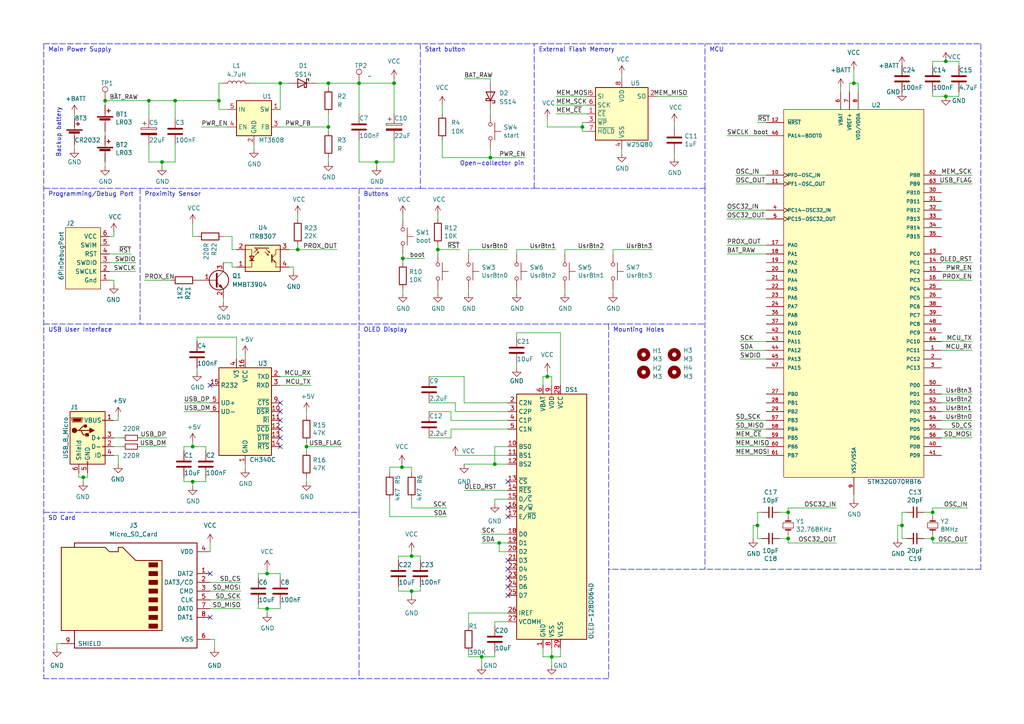
<source format=kicad_sch>
(kicad_sch (version 20211123) (generator eeschema)
  (paper "A4")
  (title_block (rev "V01") (company "Maciej Krysztowiak"))
  (junction (at 30.48 29.21))
  (junction (at 219.71 152.4))
  (junction (at 274.32 17.78))
  (junction (at 104.14 24.13))
  (junction (at 55.88 139.7))
  (junction (at 77.47 176.53))
  (junction (at 144.78 157.48))
  (junction (at 158.75 109.22))
  (junction (at 119.38 171.45))
  (junction (at 160.02 190.5))
  (junction (at 142.24 45.72))
  (junction (at 88.9 129.54))
  (junction (at 127 72.39))
  (junction (at 43.18 29.21))
  (junction (at 55.88 129.54))
  (junction (at 116.84 74.93))
  (junction (at 261.62 152.4))
  (junction (at 270.51 156.21))
  (junction (at 63.5 29.21))
  (junction (at 81.28 24.13))
  (junction (at 143.51 134.62))
  (junction (at 77.47 166.37))
  (junction (at 119.38 161.29))
  (junction (at 274.32 27.94))
  (junction (at 270.51 148.59))
  (junction (at 95.25 24.13))
  (junction (at 116.586 135.509))
  (junction (at 24.13 138.43))
  (junction (at 247.65 24.13))
  (junction (at 50.8 29.21))
  (junction (at 228.6 156.21))
  (junction (at 46.99 46.99))
  (junction (at 139.7 190.5))
  (junction (at 109.22 46.99))
  (junction (at 95.25 36.83))
  (junction (at 228.6 148.59))
  (junction (at 86.36 72.39))
  (junction (at 168.91 36.83))
  (junction (at 114.3 24.13))
  (no_connect (at 81.28 124.46))
  (no_connect (at 147.32 147.32))
  (no_connect (at 60.96 111.76))
  (no_connect (at 81.28 119.38))
  (no_connect (at 81.28 121.92))
  (no_connect (at 60.96 166.37))
  (no_connect (at 147.32 167.64))
  (no_connect (at 147.32 149.86))
  (no_connect (at 147.32 162.56))
  (no_connect (at 147.32 139.7))
  (no_connect (at 147.32 165.1))
  (no_connect (at 81.28 129.54))
  (no_connect (at 60.96 179.07))
  (no_connect (at 81.28 116.84))
  (no_connect (at 147.32 170.18))
  (no_connect (at 81.28 127))
  (no_connect (at 147.32 172.72))
  (wire (pts (xy 57.15 107.95) (xy 57.15 106.68)))
  (wire (pts (xy 247.65 20.32) (xy 247.65 24.13)))
  (polyline (pts (xy 121.92 54.61) (xy 12.7 54.61)))
  (wire (pts (xy 88.9 120.65) (xy 88.9 119.38)))
  (wire (pts (xy 77.47 166.37) (xy 81.28 166.37)))
  (wire (pts (xy 66.04 31.75) (xy 63.5 31.75)))
  (wire (pts (xy 119.38 171.45) (xy 121.92 171.45)))
  (wire (pts (xy 50.8 29.21) (xy 63.5 29.21)))
  (wire (pts (xy 121.92 161.29) (xy 121.92 162.56)))
  (wire (pts (xy 273.05 101.6) (xy 281.94 101.6)))
  (wire (pts (xy 143.51 134.62) (xy 147.32 134.62)))
  (wire (pts (xy 281.94 50.8) (xy 273.05 50.8)))
  (wire (pts (xy 226.06 156.21) (xy 228.6 156.21)))
  (wire (pts (xy 135.89 177.8) (xy 135.89 181.61)))
  (wire (pts (xy 219.71 35.56) (xy 222.25 35.56)))
  (wire (pts (xy 95.25 45.72) (xy 95.25 46.99)))
  (wire (pts (xy 160.02 187.96) (xy 160.02 190.5)))
  (wire (pts (xy 67.31 76.2) (xy 64.77 76.2)))
  (wire (pts (xy 273.05 81.28) (xy 281.94 81.28)))
  (wire (pts (xy 147.32 160.02) (xy 144.78 160.02)))
  (wire (pts (xy 270.51 148.59) (xy 270.51 149.86)))
  (wire (pts (xy 213.36 53.34) (xy 222.25 53.34)))
  (wire (pts (xy 142.24 43.18) (xy 142.24 45.72)))
  (wire (pts (xy 168.91 38.1) (xy 170.18 38.1)))
  (wire (pts (xy 67.31 77.47) (xy 67.31 76.2)))
  (wire (pts (xy 43.18 41.91) (xy 43.18 46.99)))
  (polyline (pts (xy 12.7 93.98) (xy 204.47 93.98)))
  (wire (pts (xy 214.63 99.06) (xy 222.25 99.06)))
  (polyline (pts (xy 104.14 54.61) (xy 104.14 93.98)))
  (wire (pts (xy 74.93 167.64) (xy 74.93 166.37)))
  (wire (pts (xy 66.04 36.83) (xy 58.42 36.83)))
  (wire (pts (xy 31.75 76.2) (xy 39.37 76.2)))
  (wire (pts (xy 128.27 45.72) (xy 142.24 45.72)))
  (wire (pts (xy 77.47 176.53) (xy 81.28 176.53)))
  (wire (pts (xy 162.56 96.52) (xy 149.86 96.52)))
  (wire (pts (xy 119.38 147.32) (xy 119.38 144.78)))
  (wire (pts (xy 260.35 152.4) (xy 260.35 156.21)))
  (wire (pts (xy 135.89 72.39) (xy 147.32 72.39)))
  (polyline (pts (xy 12.7 12.7) (xy 12.7 196.85)))
  (wire (pts (xy 104.14 24.13) (xy 104.14 33.02)))
  (wire (pts (xy 86.36 71.12) (xy 86.36 72.39)))
  (wire (pts (xy 273.05 78.74) (xy 281.94 78.74)))
  (wire (pts (xy 124.46 127) (xy 130.81 127)))
  (wire (pts (xy 97.79 72.39) (xy 86.36 72.39)))
  (wire (pts (xy 248.92 24.13) (xy 248.92 26.67)))
  (wire (pts (xy 81.28 176.53) (xy 81.28 175.26)))
  (wire (pts (xy 134.62 142.24) (xy 147.32 142.24)))
  (wire (pts (xy 113.03 135.509) (xy 116.586 135.509)))
  (wire (pts (xy 53.34 139.7) (xy 55.88 139.7)))
  (wire (pts (xy 128.27 40.64) (xy 128.27 45.72)))
  (wire (pts (xy 168.91 36.83) (xy 158.75 36.83)))
  (wire (pts (xy 190.5 27.94) (xy 199.39 27.94)))
  (wire (pts (xy 147.32 129.54) (xy 143.51 129.54)))
  (wire (pts (xy 273.05 114.3) (xy 281.94 114.3)))
  (wire (pts (xy 116.84 76.2) (xy 116.84 74.93)))
  (wire (pts (xy 95.25 36.83) (xy 95.25 38.1)))
  (wire (pts (xy 270.51 26.67) (xy 270.51 27.94)))
  (wire (pts (xy 53.34 119.38) (xy 60.96 119.38)))
  (wire (pts (xy 88.9 139.7) (xy 88.9 138.43)))
  (wire (pts (xy 33.02 129.54) (xy 35.56 129.54)))
  (wire (pts (xy 60.96 173.99) (xy 69.85 173.99)))
  (wire (pts (xy 163.83 72.39) (xy 175.26 72.39)))
  (wire (pts (xy 270.51 17.78) (xy 274.32 17.78)))
  (wire (pts (xy 53.34 130.81) (xy 53.34 129.54)))
  (wire (pts (xy 270.51 147.32) (xy 280.67 147.32)))
  (wire (pts (xy 218.44 152.4) (xy 219.71 152.4)))
  (wire (pts (xy 127 72.39) (xy 127 73.66)))
  (wire (pts (xy 143.51 144.78) (xy 143.51 146.05)))
  (wire (pts (xy 273.05 116.84) (xy 281.94 116.84)))
  (wire (pts (xy 149.86 96.52) (xy 149.86 97.79)))
  (wire (pts (xy 116.84 62.23) (xy 116.84 63.5)))
  (wire (pts (xy 33.02 81.28) (xy 31.75 81.28)))
  (polyline (pts (xy 204.47 54.61) (xy 204.47 165.1)))
  (wire (pts (xy 59.69 129.54) (xy 59.69 130.81)))
  (wire (pts (xy 149.86 85.09) (xy 149.86 83.82)))
  (wire (pts (xy 161.29 27.94) (xy 170.18 27.94)))
  (wire (pts (xy 113.03 149.86) (xy 113.03 144.78)))
  (wire (pts (xy 147.32 177.8) (xy 135.89 177.8)))
  (wire (pts (xy 72.39 24.13) (xy 81.28 24.13)))
  (wire (pts (xy 62.23 185.42) (xy 62.23 187.96)))
  (wire (pts (xy 149.86 72.39) (xy 149.86 73.66)))
  (wire (pts (xy 30.48 48.26) (xy 30.48 46.99)))
  (wire (pts (xy 147.32 180.34) (xy 143.51 180.34)))
  (wire (pts (xy 67.31 72.39) (xy 67.31 68.58)))
  (wire (pts (xy 134.62 22.86) (xy 142.24 22.86)))
  (wire (pts (xy 160.02 190.5) (xy 160.02 193.04)))
  (wire (pts (xy 60.96 168.91) (xy 69.85 168.91)))
  (wire (pts (xy 261.62 152.4) (xy 261.62 156.21)))
  (wire (pts (xy 133.35 72.39) (xy 127 72.39)))
  (wire (pts (xy 109.22 46.99) (xy 104.14 46.99)))
  (wire (pts (xy 267.97 156.21) (xy 270.51 156.21)))
  (wire (pts (xy 119.38 147.32) (xy 129.54 147.32)))
  (wire (pts (xy 104.14 40.64) (xy 104.14 46.99)))
  (wire (pts (xy 113.03 137.16) (xy 113.03 135.509)))
  (wire (pts (xy 34.29 132.08) (xy 34.29 134.62)))
  (wire (pts (xy 81.28 111.76) (xy 90.17 111.76)))
  (wire (pts (xy 130.81 127) (xy 130.81 124.46)))
  (wire (pts (xy 55.88 68.58) (xy 57.15 68.58)))
  (wire (pts (xy 142.24 45.72) (xy 152.4 45.72)))
  (polyline (pts (xy 204.47 54.61) (xy 204.47 12.7)))
  (wire (pts (xy 219.71 152.4) (xy 219.71 156.21)))
  (wire (pts (xy 143.51 189.23) (xy 143.51 190.5)))
  (wire (pts (xy 210.82 71.12) (xy 222.25 71.12)))
  (wire (pts (xy 273.05 127) (xy 281.94 127)))
  (polyline (pts (xy 176.53 165.1) (xy 176.53 196.85)))
  (wire (pts (xy 270.51 19.05) (xy 270.51 17.78)))
  (wire (pts (xy 270.51 27.94) (xy 274.32 27.94)))
  (wire (pts (xy 180.34 22.86) (xy 180.34 21.59)))
  (wire (pts (xy 132.08 116.84) (xy 132.08 119.38)))
  (wire (pts (xy 218.44 152.4) (xy 218.44 156.21)))
  (wire (pts (xy 104.14 24.13) (xy 114.3 24.13)))
  (wire (pts (xy 124.46 119.38) (xy 130.81 119.38)))
  (wire (pts (xy 158.75 34.29) (xy 158.75 36.83)))
  (wire (pts (xy 88.9 129.54) (xy 88.9 128.27)))
  (wire (pts (xy 114.3 46.99) (xy 109.22 46.99)))
  (wire (pts (xy 24.13 138.43) (xy 25.4 138.43)))
  (wire (pts (xy 95.25 24.13) (xy 95.25 25.4)))
  (wire (pts (xy 46.99 46.99) (xy 46.99 48.26)))
  (wire (pts (xy 127 71.12) (xy 127 72.39)))
  (wire (pts (xy 16.51 187.96) (xy 16.51 186.69)))
  (wire (pts (xy 31.75 78.74) (xy 39.37 78.74)))
  (wire (pts (xy 50.8 29.21) (xy 50.8 34.29)))
  (wire (pts (xy 22.86 137.16) (xy 22.86 138.43)))
  (wire (pts (xy 33.02 67.31) (xy 33.02 68.58)))
  (wire (pts (xy 119.38 171.45) (xy 119.38 172.72)))
  (wire (pts (xy 270.51 156.21) (xy 270.51 154.94)))
  (wire (pts (xy 144.78 157.48) (xy 147.32 157.48)))
  (wire (pts (xy 177.8 83.82) (xy 177.8 85.09)))
  (wire (pts (xy 134.62 116.84) (xy 134.62 109.22)))
  (wire (pts (xy 132.08 119.38) (xy 147.32 119.38)))
  (wire (pts (xy 68.58 97.79) (xy 57.15 97.79)))
  (wire (pts (xy 71.12 102.87) (xy 71.12 104.14)))
  (wire (pts (xy 262.89 148.59) (xy 261.62 148.59)))
  (wire (pts (xy 158.75 109.22) (xy 160.02 109.22)))
  (wire (pts (xy 222.25 124.46) (xy 213.36 124.46)))
  (wire (pts (xy 73.66 41.91) (xy 73.66 43.18)))
  (wire (pts (xy 163.83 72.39) (xy 163.83 73.66)))
  (wire (pts (xy 135.89 85.09) (xy 135.89 83.82)))
  (wire (pts (xy 273.05 124.46) (xy 281.94 124.46)))
  (wire (pts (xy 81.28 166.37) (xy 81.28 167.64)))
  (wire (pts (xy 149.86 72.39) (xy 161.29 72.39)))
  (wire (pts (xy 59.69 139.7) (xy 59.69 138.43)))
  (wire (pts (xy 99.06 129.54) (xy 88.9 129.54)))
  (wire (pts (xy 34.29 121.92) (xy 33.02 121.92)))
  (wire (pts (xy 222.25 73.66) (xy 210.82 73.66)))
  (wire (pts (xy 161.29 30.48) (xy 170.18 30.48)))
  (wire (pts (xy 81.28 24.13) (xy 83.82 24.13)))
  (wire (pts (xy 219.71 148.59) (xy 219.71 152.4)))
  (wire (pts (xy 147.32 121.92) (xy 130.81 121.92)))
  (wire (pts (xy 74.93 175.26) (xy 74.93 176.53)))
  (polyline (pts (xy 176.53 196.85) (xy 12.7 196.85)))
  (wire (pts (xy 273.05 99.06) (xy 281.94 99.06)))
  (wire (pts (xy 85.09 78.74) (xy 85.09 77.47)))
  (wire (pts (xy 119.38 135.509) (xy 119.38 137.16)))
  (wire (pts (xy 214.63 101.6) (xy 222.25 101.6)))
  (wire (pts (xy 134.62 109.22) (xy 124.46 109.22)))
  (wire (pts (xy 143.51 180.34) (xy 143.51 181.61)))
  (wire (pts (xy 157.48 109.22) (xy 158.75 109.22)))
  (wire (pts (xy 158.75 107.95) (xy 158.75 109.22)))
  (wire (pts (xy 135.89 190.5) (xy 139.7 190.5)))
  (polyline (pts (xy 121.92 12.7) (xy 121.92 54.61)))
  (wire (pts (xy 30.48 39.37) (xy 30.48 38.1)))
  (wire (pts (xy 177.8 72.39) (xy 189.23 72.39)))
  (wire (pts (xy 109.22 48.26) (xy 109.22 46.99)))
  (wire (pts (xy 177.8 72.39) (xy 177.8 73.66)))
  (wire (pts (xy 228.6 157.48) (xy 228.6 156.21)))
  (wire (pts (xy 195.58 45.72) (xy 195.58 44.45)))
  (wire (pts (xy 48.26 129.54) (xy 40.64 129.54)))
  (wire (pts (xy 55.88 128.27) (xy 55.88 129.54)))
  (wire (pts (xy 74.93 166.37) (xy 77.47 166.37)))
  (wire (pts (xy 195.58 35.56) (xy 195.58 36.83)))
  (wire (pts (xy 278.13 17.78) (xy 278.13 19.05)))
  (wire (pts (xy 228.6 148.59) (xy 228.6 149.86)))
  (wire (pts (xy 157.48 111.76) (xy 157.48 109.22)))
  (wire (pts (xy 33.02 132.08) (xy 34.29 132.08)))
  (wire (pts (xy 121.92 170.18) (xy 121.92 171.45)))
  (wire (pts (xy 38.1 73.66) (xy 31.75 73.66)))
  (wire (pts (xy 147.32 116.84) (xy 134.62 116.84)))
  (wire (pts (xy 68.58 77.47) (xy 67.31 77.47)))
  (wire (pts (xy 139.7 157.48) (xy 144.78 157.48)))
  (wire (pts (xy 222.25 121.92) (xy 213.36 121.92)))
  (wire (pts (xy 81.28 109.22) (xy 90.17 109.22)))
  (wire (pts (xy 64.77 86.36) (xy 64.77 87.63)))
  (wire (pts (xy 142.24 31.75) (xy 142.24 33.02)))
  (wire (pts (xy 115.57 170.18) (xy 115.57 171.45)))
  (wire (pts (xy 116.586 135.509) (xy 119.38 135.509)))
  (wire (pts (xy 81.28 36.83) (xy 95.25 36.83)))
  (wire (pts (xy 53.34 116.84) (xy 60.96 116.84)))
  (wire (pts (xy 123.19 74.93) (xy 116.84 74.93)))
  (wire (pts (xy 124.46 116.84) (xy 132.08 116.84)))
  (wire (pts (xy 267.97 148.59) (xy 270.51 148.59)))
  (wire (pts (xy 210.82 60.96) (xy 222.25 60.96)))
  (wire (pts (xy 21.59 34.29) (xy 21.59 33.02)))
  (wire (pts (xy 246.38 26.67) (xy 246.38 24.13)))
  (wire (pts (xy 116.586 134.62) (xy 116.586 135.509)))
  (wire (pts (xy 147.32 144.78) (xy 143.51 144.78)))
  (polyline (pts (xy 104.14 148.59) (xy 104.14 196.85)))
  (wire (pts (xy 46.99 46.99) (xy 50.8 46.99)))
  (wire (pts (xy 222.25 104.14) (xy 214.63 104.14)))
  (wire (pts (xy 226.06 148.59) (xy 228.6 148.59)))
  (wire (pts (xy 219.71 156.21) (xy 220.98 156.21)))
  (wire (pts (xy 274.32 27.94) (xy 278.13 27.94)))
  (wire (pts (xy 43.18 29.21) (xy 50.8 29.21)))
  (wire (pts (xy 135.89 72.39) (xy 135.89 73.66)))
  (wire (pts (xy 74.93 176.53) (xy 77.47 176.53)))
  (polyline (pts (xy 121.92 54.61) (xy 154.94 54.61)))
  (wire (pts (xy 43.18 46.99) (xy 46.99 46.99)))
  (polyline (pts (xy 12.7 12.7) (xy 284.48 12.7)))
  (polyline (pts (xy 104.14 148.59) (xy 104.14 93.98)))
  (wire (pts (xy 64.77 68.58) (xy 67.31 68.58)))
  (wire (pts (xy 22.86 138.43) (xy 24.13 138.43)))
  (wire (pts (xy 139.7 190.5) (xy 143.51 190.5)))
  (wire (pts (xy 281.94 53.34) (xy 273.05 53.34)))
  (wire (pts (xy 247.65 144.78) (xy 247.65 143.51)))
  (wire (pts (xy 281.94 76.2) (xy 273.05 76.2)))
  (wire (pts (xy 162.56 96.52) (xy 162.56 111.76)))
  (wire (pts (xy 60.96 185.42) (xy 62.23 185.42)))
  (wire (pts (xy 261.62 156.21) (xy 262.89 156.21)))
  (wire (pts (xy 49.53 81.28) (xy 41.91 81.28)))
  (wire (pts (xy 55.88 64.77) (xy 55.88 68.58)))
  (wire (pts (xy 143.51 129.54) (xy 143.51 134.62)))
  (wire (pts (xy 128.27 30.48) (xy 128.27 33.02)))
  (wire (pts (xy 213.36 132.08) (xy 222.25 132.08)))
  (wire (pts (xy 25.4 138.43) (xy 25.4 137.16)))
  (wire (pts (xy 119.38 160.02) (xy 119.38 161.29)))
  (wire (pts (xy 180.34 44.45) (xy 180.34 43.18)))
  (wire (pts (xy 115.57 171.45) (xy 119.38 171.45)))
  (polyline (pts (xy 284.48 165.1) (xy 176.53 165.1)))
  (wire (pts (xy 213.36 127) (xy 222.25 127)))
  (wire (pts (xy 60.96 176.53) (xy 69.85 176.53)))
  (wire (pts (xy 63.5 24.13) (xy 63.5 29.21)))
  (wire (pts (xy 16.51 186.69) (xy 17.78 186.69)))
  (wire (pts (xy 113.03 149.86) (xy 129.54 149.86)))
  (wire (pts (xy 33.02 82.55) (xy 33.02 81.28)))
  (wire (pts (xy 160.02 190.5) (xy 162.56 190.5)))
  (wire (pts (xy 228.6 147.32) (xy 242.57 147.32)))
  (wire (pts (xy 168.91 35.56) (xy 168.91 36.83)))
  (wire (pts (xy 60.96 157.48) (xy 60.96 160.02)))
  (wire (pts (xy 119.38 161.29) (xy 121.92 161.29)))
  (wire (pts (xy 168.91 36.83) (xy 168.91 38.1)))
  (polyline (pts (xy 40.64 54.61) (xy 40.64 93.98)))
  (wire (pts (xy 53.34 129.54) (xy 55.88 129.54)))
  (wire (pts (xy 242.57 157.48) (xy 228.6 157.48)))
  (wire (pts (xy 68.58 104.14) (xy 68.58 97.79)))
  (polyline (pts (xy 284.48 12.7) (xy 284.48 165.1)))
  (wire (pts (xy 85.09 77.47) (xy 83.82 77.47)))
  (wire (pts (xy 55.88 140.97) (xy 55.88 139.7)))
  (wire (pts (xy 222.25 129.54) (xy 213.36 129.54)))
  (wire (pts (xy 260.35 152.4) (xy 261.62 152.4)))
  (wire (pts (xy 50.8 46.99) (xy 50.8 41.91)))
  (wire (pts (xy 270.51 157.48) (xy 280.67 157.48)))
  (wire (pts (xy 33.02 68.58) (xy 31.75 68.58)))
  (wire (pts (xy 135.89 189.23) (xy 135.89 190.5)))
  (wire (pts (xy 270.51 157.48) (xy 270.51 156.21)))
  (polyline (pts (xy 176.53 93.98) (xy 176.53 165.1)))
  (wire (pts (xy 228.6 147.32) (xy 228.6 148.59)))
  (wire (pts (xy 130.81 121.92) (xy 130.81 119.38)))
  (wire (pts (xy 30.48 29.21) (xy 43.18 29.21)))
  (wire (pts (xy 142.24 22.86) (xy 142.24 24.13)))
  (wire (pts (xy 273.05 119.38) (xy 281.94 119.38)))
  (wire (pts (xy 57.15 97.79) (xy 57.15 99.06)))
  (wire (pts (xy 48.26 127) (xy 40.64 127)))
  (wire (pts (xy 210.82 39.37) (xy 222.25 39.37)))
  (wire (pts (xy 210.82 63.5) (xy 222.25 63.5)))
  (wire (pts (xy 132.08 132.08) (xy 147.32 132.08)))
  (wire (pts (xy 213.36 50.8) (xy 222.25 50.8)))
  (wire (pts (xy 139.7 154.94) (xy 147.32 154.94)))
  (wire (pts (xy 60.96 171.45) (xy 69.85 171.45)))
  (wire (pts (xy 115.57 162.56) (xy 115.57 161.29)))
  (wire (pts (xy 162.56 187.96) (xy 162.56 190.5)))
  (polyline (pts (xy 12.7 148.59) (xy 104.14 148.59)))
  (wire (pts (xy 270.51 147.32) (xy 270.51 148.59)))
  (wire (pts (xy 24.13 139.7) (xy 24.13 138.43)))
  (wire (pts (xy 115.57 161.29) (xy 119.38 161.29)))
  (wire (pts (xy 149.86 105.41) (xy 149.86 106.68)))
  (wire (pts (xy 261.62 148.59) (xy 261.62 152.4)))
  (wire (pts (xy 71.12 135.89) (xy 71.12 134.62)))
  (wire (pts (xy 247.65 24.13) (xy 248.92 24.13)))
  (wire (pts (xy 116.84 85.09) (xy 116.84 83.82)))
  (wire (pts (xy 77.47 177.8) (xy 77.47 176.53)))
  (wire (pts (xy 144.78 160.02) (xy 144.78 157.48)))
  (wire (pts (xy 86.36 62.23) (xy 86.36 63.5)))
  (wire (pts (xy 170.18 35.56) (xy 168.91 35.56)))
  (wire (pts (xy 139.7 190.5) (xy 139.7 193.04)))
  (wire (pts (xy 55.88 129.54) (xy 59.69 129.54)))
  (wire (pts (xy 68.58 72.39) (xy 67.31 72.39)))
  (wire (pts (xy 63.5 31.75) (xy 63.5 29.21)))
  (wire (pts (xy 95.25 24.13) (xy 104.14 24.13)))
  (wire (pts (xy 134.62 134.62) (xy 143.51 134.62)))
  (wire (pts (xy 273.05 121.92) (xy 281.94 121.92)))
  (wire (pts (xy 157.48 187.96) (xy 157.48 190.5)))
  (wire (pts (xy 278.13 26.67) (xy 278.13 27.94)))
  (wire (pts (xy 114.3 24.13) (xy 114.3 33.02)))
  (wire (pts (xy 163.83 85.09) (xy 163.83 83.82)))
  (wire (pts (xy 246.38 24.13) (xy 247.65 24.13)))
  (wire (pts (xy 228.6 156.21) (xy 228.6 154.94)))
  (wire (pts (xy 161.29 33.02) (xy 170.18 33.02)))
  (wire (pts (xy 127 62.23) (xy 127 63.5)))
  (wire (pts (xy 274.32 17.78) (xy 278.13 17.78)))
  (wire (pts (xy 114.3 40.64) (xy 114.3 46.99)))
  (wire (pts (xy 243.84 25.4) (xy 243.84 26.67)))
  (wire (pts (xy 157.48 190.5) (xy 160.02 190.5)))
  (wire (pts (xy 220.98 148.59) (xy 219.71 148.59)))
  (wire (pts (xy 88.9 130.81) (xy 88.9 129.54)))
  (wire (pts (xy 43.18 29.21) (xy 43.18 34.29)))
  (wire (pts (xy 64.77 24.13) (xy 63.5 24.13)))
  (wire (pts (xy 21.59 43.18) (xy 21.59 41.91)))
  (wire (pts (xy 81.28 31.75) (xy 81.28 24.13)))
  (polyline (pts (xy 154.94 54.61) (xy 154.94 12.7)))
  (wire (pts (xy 91.44 24.13) (xy 95.25 24.13)))
  (wire (pts (xy 30.48 29.21) (xy 30.48 30.48)))
  (wire (pts (xy 116.84 74.93) (xy 116.84 73.66)))
  (wire (pts (xy 55.88 139.7) (xy 59.69 139.7)))
  (wire (pts (xy 114.3 22.86) (xy 114.3 24.13)))
  (wire (pts (xy 127 85.09) (xy 127 83.82)))
  (wire (pts (xy 160.02 109.22) (xy 160.02 111.76)))
  (wire (pts (xy 77.47 165.1) (xy 77.47 166.37)))
  (wire (pts (xy 86.36 72.39) (xy 83.82 72.39)))
  (polyline (pts (xy 154.94 54.61) (xy 204.47 54.61)))
  (wire (pts (xy 33.02 127) (xy 35.56 127)))
  (wire (pts (xy 34.29 120.65) (xy 34.29 121.92)))
  (wire (pts (xy 130.81 124.46) (xy 147.32 124.46)))
  (wire (pts (xy 95.25 33.02) (xy 95.25 36.83)))
  (wire (pts (xy 53.34 138.43) (xy 53.34 139.7)))
  (text "OLED Display" (at 105.41 96.52 0) (effects (font (size 1.27 1.27)) (justify left bottom)))
  (text "USB User Interface" (at 13.97 96.52 0) (effects (font (size 1.27 1.27)) (justify left bottom)))
  (text "Main Power Supply" (at 13.97 15.24 0) (effects (font (size 1.27 1.27)) (justify left bottom)))
  (text "Programming/Debug Port" (at 13.97 57.15 0) (effects (font (size 1.27 1.27)) (justify left bottom)))
  (text "Open-collector pin" (at 133.35 48.26 0) (effects (font (size 1.27 1.27)) (justify left bottom)))
  (text "Backup battery" (at 17.78 45.72 90) (effects (font (size 1.27 1.27)) (justify left bottom)))
  (text "External Flash Memory" (at 156.21 15.24 0) (effects (font (size 1.27 1.27)) (justify left bottom)))
  (text "MCU" (at 205.74 15.24 0) (effects (font (size 1.27 1.27)) (justify left bottom)))
  (text "Start button" (at 123.19 15.24 0) (effects (font (size 1.27 1.27)) (justify left bottom)))
  (text "Proximity Sensor" (at 41.91 57.15 0) (effects (font (size 1.27 1.27)) (justify left bottom)))
  (text "Mounting Holes" (at 177.8 96.52 0) (effects (font (size 1.27 1.27)) (justify left bottom)))
  (text "SD Card" (at 13.97 151.13 0) (effects (font (size 1.27 1.27)) (justify left bottom)))
  (text "Buttons" (at 105.41 57.15 0) (effects (font (size 1.27 1.27)) (justify left bottom)))
  (label "UsrBtn2" (at 281.94 116.84 180))
  (label "MCU_RX" (at 281.94 101.6 180))
  (label "SWDIO" (at 214.63 104.14 0))
  (label "OLED_RST" (at 281.94 76.2 180))
  (label "SWDIO" (at 39.37 76.2 180))
  (label "MEM_SCK" (at 161.29 30.48 0))
  (label "SD_MISO" (at 69.85 176.53 180))
  (label "SD_MOSI" (at 281.94 127 180))
  (label "UsrBtn0" (at 147.32 72.39 180))
  (label "PWR_EN" (at 58.42 36.83 0))
  (label "SD_SCK" (at 213.36 121.92 0))
  (label "UsrBtn0" (at 281.94 121.92 180))
  (label "boot" (at 123.19 74.93 180))
  (label "MCU_RX" (at 90.17 109.22 180))
  (label "SCK" (at 214.63 99.06 0))
  (label "SD_SCK" (at 69.85 173.99 180))
  (label "MEM_~{CE}" (at 161.29 33.02 0))
  (label "MEM_~{CE}" (at 213.36 127 0))
  (label "SWCLK" (at 210.82 39.37 0))
  (label "MEM_MOSI" (at 213.36 132.08 0))
  (label "OSC_OUT" (at 280.67 157.48 180))
  (label "OLED_RST" (at 134.62 142.24 0))
  (label "USB_DP" (at 48.26 127 180))
  (label "USB_DM" (at 48.26 129.54 180))
  (label "OSC32_OUT" (at 210.82 63.5 0))
  (label "SD_CS" (at 69.85 168.91 180))
  (label "SDA" (at 139.7 157.48 0))
  (label "UsrBtn3" (at 189.23 72.39 180))
  (label "SCK" (at 129.54 147.32 180))
  (label "SDA" (at 129.54 149.86 180))
  (label "~{RST}" (at 219.71 35.56 0))
  (label "UsrBtn3" (at 281.94 114.3 180))
  (label "OSC32_IN" (at 242.57 147.32 180))
  (label "OSC_IN" (at 280.67 147.32 180))
  (label "SD_MISO" (at 213.36 124.46 0))
  (label "MEM_MISO" (at 199.39 27.94 180))
  (label "SD_MOSI" (at 69.85 171.45 180))
  (label "UsrBtn1" (at 161.29 72.39 180))
  (label "UsrBtn1" (at 281.94 119.38 180))
  (label "PROX_EN" (at 41.91 81.28 0))
  (label "OSC32_IN" (at 210.82 60.96 0))
  (label "USB_DP" (at 53.34 116.84 0))
  (label "PROX_OUT" (at 97.79 72.39 180))
  (label "MEM_SCK" (at 281.94 50.8 180))
  (label "SDA" (at 214.63 101.6 0))
  (label "boot" (at 218.44 39.37 0))
  (label "SD_CS" (at 281.94 124.46 180))
  (label "~{RST}" (at 38.1 73.66 180))
  (label "PWR_EN" (at 152.4 45.72 180))
  (label "OSC_OUT" (at 213.36 53.34 0))
  (label "~{RST}" (at 133.35 72.39 180))
  (label "MEM_MISO" (at 213.36 129.54 0))
  (label "USB_FLAG" (at 99.06 129.54 180))
  (label "OSC32_OUT" (at 242.57 157.48 180))
  (label "MEM_MOSI" (at 161.29 27.94 0))
  (label "BAT_RAW" (at 134.62 22.86 0))
  (label "UsrBtn2" (at 175.26 72.39 180))
  (label "PROX_EN" (at 281.94 81.28 180))
  (label "MCU_TX" (at 281.94 99.06 180))
  (label "MCU_TX" (at 90.17 111.76 180))
  (label "PWR_EN" (at 281.94 78.74 180))
  (label "USB_FLAG" (at 281.94 53.34 180))
  (label "OSC_IN" (at 213.36 50.8 0))
  (label "BAT_RAW" (at 210.82 73.66 0))
  (label "PWR_FB" (at 90.17 36.83 180))
  (label "BAT_RAW" (at 31.75 29.21 0))
  (label "USB_DM" (at 53.34 119.38 0))
  (label "SCK" (at 139.7 154.94 0))
  (label "PROX_OUT" (at 210.82 71.12 0))
  (label "SWCLK" (at 39.37 78.74 180))
  (symbol (lib_id "power:GND") (at 30.48 48.26 0) (unit 1)
    (property "Reference" "#PWR02" (effects hide))
    (property "Value" "GND" (at 30.607 52.6542 0))
  )
  (symbol (lib_id "power:+BATT") (at 21.59 33.02 0) (unit 1)
    (property "Reference" "#PWR01" (effects hide))
    (property "Value" "+BATT" (at 21.971 28.6258 0))
  )
  (symbol (lib_id "Switch:SW_Push") (at 127 78.74 270) (unit 1)
    (property "Reference" "SW2" (effects hide))
    (property "Value" "rst" (effects hide))
    (property "Footprint" "custom_buttons_switches:TSB008" (effects hide))
  )
  (symbol (lib_id "power:GND") (at 127 85.09 0) (unit 1)
    (property "Reference" "#PWR017" (effects hide))
    (property "Value" "GND" (at 127.127 89.4842 0))
  )
  (symbol (lib_id "Memory_Flash:SST25VF080B-50-4x-S2Ax") (at 180.34 33.02 0) (unit 1)
    (property "Reference" "U5" (at 182.88 24.13 0) (effects (justify left)))
    (property "Value" "W25Q80" (at 181.61 41.91 0) (effects (justify left)))
    (property "Footprint" "Package_SO:SOIC-8_5.275x5.275mm_P1.27mm" (effects hide))
    (property "Datasheet" "http://ww1.microchip.com/downloads/en/DeviceDoc/20005045C.pdf" (effects hide))
  )
  (symbol (lib_id "power:GND") (at 180.34 44.45 0) (unit 1)
    (property "Reference" "#PWR032" (effects hide))
    (property "Value" "GND" (at 180.467 48.8442 0))
  )
  (symbol (lib_id "Device:R") (at 116.84 80.01 0) (unit 1)
    (property "Reference" "R10" (at 118.618 78.8416 0) (effects (justify left)))
    (property "Value" "10K" (at 118.618 81.153 0) (effects (justify left)))
    (property "Footprint" "Resistor_SMD:R_0805_2012Metric_Pad1.20x1.40mm_HandSolder" (effects hide))
  )
  (symbol (lib_id "power:GND") (at 116.84 85.09 0) (unit 1)
    (property "Reference" "#PWR011" (effects hide))
    (property "Value" "GND" (at 116.967 89.4842 0))
  )
  (symbol (lib_id "Device:C") (at 195.58 40.64 0) (unit 1)
    (property "Reference" "C11" (at 198.501 39.4716 0) (effects (justify left)))
    (property "Value" "1uF" (at 198.501 41.783 0) (effects (justify left)))
    (property "Footprint" "Capacitor_SMD:C_0805_2012Metric_Pad1.18x1.45mm_HandSolder" (effects hide))
  )
  (symbol (lib_id "power:GND") (at 195.58 45.72 0) (unit 1)
    (property "Reference" "#PWR035" (effects hide))
    (property "Value" "GND" (at 195.707 50.1142 0))
  )
  (symbol (lib_id "power:GND") (at 274.32 27.94 0) (unit 1)
    (property "Reference" "#PWR042" (effects hide))
    (property "Value" "GND" (at 278.13 29.21 0))
  )
  (symbol (lib_id "Mechanical:MountingHole") (at 186.69 102.87 0) (unit 1)
    (property "Reference" "H1" (at 189.23 101.7016 0) (effects (justify left)))
    (property "Value" "M3" (at 189.23 104.14 0) (effects (justify left)))
    (property "Footprint" "MountingHole:MountingHole_3.2mm_M3" (effects hide))
  )
  (symbol (lib_id "Mechanical:MountingHole") (at 186.69 107.95 0) (unit 1)
    (property "Reference" "H2" (at 189.23 106.7816 0) (effects (justify left)))
    (property "Value" "M3" (at 189.23 109.22 0) (effects (justify left)))
    (property "Footprint" "MountingHole:MountingHole_3.2mm_M3" (effects hide))
  )
  (symbol (lib_id "Device:Battery_Cell") (at 21.59 39.37 0) (unit 1)
    (property "Reference" "BT3" (at 21.59 34.29 0) (effects (justify left)))
    (property "Value" "CR2032" (at 21.59 40.64 0) (effects (justify left)))
    (property "Footprint" "Battery_Custom:CR2032_CR2025_Battery_Holder" (effects hide))
  )
  (symbol (lib_id "power:GND") (at 21.59 43.18 0) (unit 1)
    (property "Reference" "#PWR05" (effects hide))
    (property "Value" "GND" (at 21.59 46.99 0))
  )
  (symbol (lib_id "Device:C") (at 278.13 22.86 0) (unit 1)
    (property "Reference" "C15" (at 278.13 20.32 0) (effects (justify left)))
    (property "Value" "4.7uF" (at 278.13 25.4 0) (effects (justify left)))
    (property "Footprint" "Capacitor_SMD:C_0805_2012Metric_Pad1.18x1.45mm_HandSolder" (effects hide))
  )
  (symbol (lib_id "power:GND") (at 33.02 82.55 0) (mirror y) (unit 1)
    (property "Reference" "#PWR07" (effects hide))
    (property "Value" "GND" (at 32.893 86.9442 0))
  )
  (symbol (lib_id "Device:R") (at 127 67.31 0) (unit 1)
    (property "Reference" "R12" (at 128.778 66.1416 0) (effects (justify left)))
    (property "Value" "10K" (at 128.778 68.453 0) (effects (justify left)))
    (property "Footprint" "Resistor_SMD:R_0805_2012Metric_Pad1.20x1.40mm_HandSolder" (effects hide))
  )
  (symbol (lib_id "Device:Crystal_Small") (at 228.6 152.4 270) (unit 1)
    (property "Reference" "Y1" (at 230.8352 151.2316 90) (effects (justify left)))
    (property "Value" "32.768KHz" (at 230.8352 153.543 90) (effects (justify left)))
    (property "Footprint" "Crystal:Crystal_HC49-4H_Vertical" (effects hide))
  )
  (symbol (lib_id "Device:C_Small") (at 223.52 148.59 270) (unit 1)
    (property "Reference" "C17" (at 223.52 142.7734 90))
    (property "Value" "10pF" (at 223.52 145.0848 90))
    (property "Footprint" "Capacitor_SMD:C_0603_1608Metric_Pad1.08x0.95mm_HandSolder" (effects hide))
  )
  (symbol (lib_id "Device:C_Small") (at 223.52 156.21 270) (mirror x) (unit 1)
    (property "Reference" "C18" (at 223.52 162.0266 90))
    (property "Value" "10pF" (at 223.52 159.7152 90))
    (property "Footprint" "Capacitor_SMD:C_0603_1608Metric_Pad1.08x0.95mm_HandSolder" (effects hide))
  )
  (symbol (lib_id "power:GND") (at 218.44 156.21 0) (unit 1)
    (property "Reference" "#PWR046" (effects hide))
    (property "Value" "GND" (at 218.567 160.6042 0))
  )
  (symbol (lib_id "pullup_counter_schematic-rescue:6PinDebugPort-MYCLEO") (at 33.02 76.2 0) (mirror y) (unit 1)
    (property "Reference" "J2" (at 21.59 64.77 0) (effects (justify left)))
    (property "Value" "6PinDebugPort" (at 17.78 81.28 90) (effects (justify left)))
    (property "Footprint" "Connector_IDC:IDC-Header_2x03_P2.54mm_Vertical" (effects hide))
  )
  (symbol (lib_id "Interface_USB:CH340C") (at 71.12 119.38 0) (unit 1)
    (property "Reference" "U3" (at 76.2 105.41 0))
    (property "Value" "CH340C" (at 76.2 133.35 0))
    (property "Footprint" "Package_SO:SOIC-16_3.9x9.9mm_P1.27mm" (effects hide))
    (property "Datasheet" "https://datasheet.lcsc.com/szlcsc/Jiangsu-Qin-Heng-CH340C_C84681.pdf" (effects hide))
  )
  (symbol (lib_id "power:+5V") (at 71.12 102.87 0) (unit 1)
    (property "Reference" "#PWR022" (effects hide))
    (property "Value" "+5V" (at 71.501 98.4758 0))
  )
  (symbol (lib_id "Device:C") (at 57.15 102.87 0) (unit 1)
    (property "Reference" "C4" (at 57.15 100.33 0) (effects (justify left)))
    (property "Value" "100nF" (at 57.15 105.41 0) (effects (justify left)))
    (property "Footprint" "Capacitor_SMD:C_0805_2012Metric_Pad1.18x1.45mm_HandSolder" (effects hide))
  )
  (symbol (lib_id "Device:C") (at 53.34 134.62 0) (unit 1)
    (property "Reference" "C1" (at 53.34 132.08 0) (effects (justify left)))
    (property "Value" "10uF" (at 53.34 137.16 0) (effects (justify left)))
    (property "Footprint" "Capacitor_SMD:C_0805_2012Metric_Pad1.18x1.45mm_HandSolder" (effects hide))
  )
  (symbol (lib_id "Device:C") (at 59.69 134.62 0) (unit 1)
    (property "Reference" "C2" (at 59.69 132.08 0) (effects (justify left)))
    (property "Value" "100nF" (at 59.69 137.16 0) (effects (justify left)))
    (property "Footprint" "Capacitor_SMD:C_0805_2012Metric_Pad1.18x1.45mm_HandSolder" (effects hide))
  )
  (symbol (lib_id "Device:R") (at 60.96 68.58 270) (unit 1)
    (property "Reference" "R22" (at 62.1284 70.358 0) (effects (justify left)))
    (property "Value" "220R" (at 59.817 70.358 0) (effects (justify left)))
    (property "Footprint" "Resistor_SMD:R_0805_2012Metric_Pad1.20x1.40mm_HandSolder" (effects hide))
  )
  (symbol (lib_id "Device:R") (at 86.36 67.31 0) (unit 1)
    (property "Reference" "R23" (at 88.138 66.1416 0) (effects (justify left)))
    (property "Value" "22K" (at 88.138 68.453 0) (effects (justify left)))
    (property "Footprint" "Resistor_SMD:R_0805_2012Metric_Pad1.20x1.40mm_HandSolder" (effects hide))
  )
  (symbol (lib_id "power:VCC") (at 86.36 62.23 0) (unit 1)
    (property "Reference" "#PWR0101" (effects hide))
    (property "Value" "VCC" (at 86.741 57.8358 0))
  )
  (symbol (lib_id "power:GND") (at 57.15 107.95 0) (unit 1)
    (property "Reference" "#PWR015" (effects hide))
    (property "Value" "GND" (at 57.277 112.3442 0))
  )
  (symbol (lib_id "power:+5V") (at 55.88 128.27 0) (unit 1)
    (property "Reference" "#PWR012" (effects hide))
    (property "Value" "+5V" (at 56.261 123.8758 0))
  )
  (symbol (lib_id "power:GND") (at 55.88 140.97 0) (unit 1)
    (property "Reference" "#PWR013" (effects hide))
    (property "Value" "GND" (at 56.007 145.3642 0))
  )
  (symbol (lib_id "Device:Battery_Cell") (at 30.48 35.56 0) (unit 1)
    (property "Reference" "BT1" (at 33.4772 33.1216 0) (effects (justify left)))
    (property "Value" "LR03" (at 33.4772 35.433 0) (effects (justify left)))
    (property "Footprint" "Battery_Custom:SMD_SMT_AAA_LR03" (effects hide))
  )
  (symbol (lib_id "Device:Battery_Cell") (at 30.48 44.45 0) (unit 1)
    (property "Reference" "BT2" (at 33.4772 42.0116 0) (effects (justify left)))
    (property "Value" "LR03" (at 33.4772 44.323 0) (effects (justify left)))
    (property "Footprint" "Battery_Custom:SMD_SMT_AAA_LR03" (effects hide))
  )
  (symbol (lib_id "power:GND") (at 71.12 135.89 0) (unit 1)
    (property "Reference" "#PWR023" (effects hide))
    (property "Value" "GND" (at 71.247 140.2842 0))
  )
  (symbol (lib_id "Device:R") (at 53.34 81.28 270) (unit 1)
    (property "Reference" "R21" (at 54.5084 83.058 0) (effects (justify left)))
    (property "Value" "1K2" (at 52.197 83.058 0) (effects (justify left)))
    (property "Footprint" "Resistor_SMD:R_0805_2012Metric_Pad1.20x1.40mm_HandSolder" (effects hide))
  )
  (symbol (lib_id "Connector:USB_B_Micro") (at 25.4 127 0) (unit 1)
    (property "Reference" "J1" (at 21.59 118.11 0))
    (property "Value" "USB_B_Micro" (at 19.05 127 90))
    (property "Footprint" "Connector_USB:USB_Micro-B_Amphenol_10118194_Horizontal" (effects hide))
  )
  (symbol (lib_id "power:+5V") (at 34.29 120.65 0) (unit 1)
    (property "Reference" "#PWR08" (effects hide))
    (property "Value" "+5V" (at 34.671 116.2558 0))
  )
  (symbol (lib_id "power:GND") (at 247.65 144.78 0) (unit 1)
    (property "Reference" "#PWR047" (effects hide))
    (property "Value" "GND" (at 247.777 149.1742 0))
  )
  (symbol (lib_id "power:GND") (at 24.13 139.7 0) (mirror y) (unit 1)
    (property "Reference" "#PWR03" (effects hide))
    (property "Value" "GND" (at 24.003 144.0942 0))
  )
  (symbol (lib_id "power:GND") (at 34.29 134.62 0) (mirror y) (unit 1)
    (property "Reference" "#PWR09" (effects hide))
    (property "Value" "GND" (at 34.163 139.0142 0))
  )
  (symbol (lib_id "Device:R_Small") (at 38.1 129.54 270) (unit 1)
    (property "Reference" "R9" (effects hide))
    (property "Value" "220R" (at 38.1 132.1816 90))
    (property "Footprint" "Resistor_SMD:R_0805_2012Metric_Pad1.20x1.40mm_HandSolder" (effects hide))
  )
  (symbol (lib_id "power:VCC") (at 55.88 64.77 0) (unit 1)
    (property "Reference" "#PWR0102" (effects hide))
    (property "Value" "VCC" (at 56.261 60.3758 0))
  )
  (symbol (lib_id "power:GND") (at 64.77 87.63 0) (unit 1)
    (property "Reference" "#PWR0103" (effects hide))
    (property "Value" "GND" (at 64.897 92.0242 0))
  )
  (symbol (lib_id "power:GND") (at 85.09 78.74 0) (unit 1)
    (property "Reference" "#PWR0104" (effects hide))
    (property "Value" "GND" (at 85.217 83.1342 0))
  )
  (symbol (lib_id "Device:R_Small") (at 38.1 127 90) (unit 1)
    (property "Reference" "R8" (effects hide))
    (property "Value" "220R" (at 38.1 124.3584 90))
    (property "Footprint" "Resistor_SMD:R_0805_2012Metric_Pad1.20x1.40mm_HandSolder" (effects hide))
  )
  (symbol (lib_id "Device:C") (at 270.51 22.86 0) (unit 1)
    (property "Reference" "C14" (at 270.51 20.32 0) (effects (justify left)))
    (property "Value" "100nF" (at 270.51 25.4 0) (effects (justify left)))
    (property "Footprint" "Capacitor_SMD:C_0805_2012Metric_Pad1.18x1.45mm_HandSolder" (effects hide))
  )
  (symbol (lib_id "Switch:SW_Push") (at 116.84 68.58 270) (unit 1)
    (property "Reference" "SW1" (at 120.5992 67.4116 90) (effects (justify left)))
    (property "Value" "boot" (at 120.5992 69.723 90) (effects (justify left)))
    (property "Footprint" "custom_buttons_switches:TSB008" (effects hide))
  )
  (symbol (lib_id "power:VCC") (at 33.02 67.31 0) (unit 1)
    (property "Reference" "#PWR06" (effects hide))
    (property "Value" "VCC" (at 33.401 62.9158 0))
  )
  (symbol (lib_id "power:VCC") (at 116.84 62.23 0) (unit 1)
    (property "Reference" "#PWR010" (effects hide))
    (property "Value" "VCC" (at 117.221 57.8358 0))
  )
  (symbol (lib_id "power:VCC") (at 127 62.23 0) (unit 1)
    (property "Reference" "#PWR016" (effects hide))
    (property "Value" "VCC" (at 127.381 57.8358 0))
  )
  (symbol (lib_id "power:+5V") (at 88.9 119.38 0) (unit 1)
    (property "Reference" "#PWR027" (effects hide))
    (property "Value" "+5V" (at 89.281 114.9858 0))
  )
  (symbol (lib_id "Device:R") (at 88.9 124.46 0) (unit 1)
    (property "Reference" "R15" (at 90.678 123.2916 0) (effects (justify left)))
    (property "Value" "47K" (at 90.678 125.603 0) (effects (justify left)))
    (property "Footprint" "Resistor_SMD:R_0805_2012Metric_Pad1.20x1.40mm_HandSolder" (effects hide))
  )
  (symbol (lib_id "Device:R") (at 88.9 134.62 0) (unit 1)
    (property "Reference" "R16" (at 90.678 133.4516 0) (effects (justify left)))
    (property "Value" "47K" (at 90.678 135.763 0) (effects (justify left)))
    (property "Footprint" "Resistor_SMD:R_0805_2012Metric_Pad1.20x1.40mm_HandSolder" (effects hide))
  )
  (symbol (lib_id "power:GND") (at 88.9 139.7 0) (unit 1)
    (property "Reference" "#PWR028" (effects hide))
    (property "Value" "GND" (at 89.027 144.0942 0))
  )
  (symbol (lib_id "power:VCC") (at 180.34 21.59 0) (unit 1)
    (property "Reference" "#PWR031" (effects hide))
    (property "Value" "VCC" (at 180.721 17.1958 0))
  )
  (symbol (lib_id "power:VCC") (at 195.58 35.56 0) (unit 1)
    (property "Reference" "#PWR034" (effects hide))
    (property "Value" "VCC" (at 195.961 31.1658 0))
  )
  (symbol (lib_id "power:VCC") (at 158.75 34.29 0) (unit 1)
    (property "Reference" "#PWR025" (effects hide))
    (property "Value" "VCC" (at 159.131 29.8958 0))
  )
  (symbol (lib_id "Switch:SW_Push") (at 135.89 78.74 270) (unit 1)
    (property "Reference" "SW3" (at 139.6492 77.5716 90) (effects (justify left)))
    (property "Value" "UsrBtn0" (at 139.6492 79.883 90) (effects (justify left)))
    (property "Footprint" "custom_buttons_switches:TSB008" (effects hide))
  )
  (symbol (lib_id "power:GND") (at 135.89 85.09 0) (unit 1)
    (property "Reference" "#PWR021" (effects hide))
    (property "Value" "GND" (at 136.017 89.4842 0))
  )
  (symbol (lib_id "Mechanical:MountingHole") (at 195.58 102.87 0) (unit 1)
    (property "Reference" "H3" (at 198.12 101.6 0) (effects (justify left)))
    (property "Value" "M3" (at 198.12 104.14 0) (effects (justify left)))
    (property "Footprint" "MountingHole:MountingHole_3.2mm_M3" (effects hide))
  )
  (symbol (lib_id "Mechanical:MountingHole") (at 195.58 107.95 0) (unit 1)
    (property "Reference" "H4" (at 198.12 106.68 0) (effects (justify left)))
    (property "Value" "M3" (at 198.12 109.22 0) (effects (justify left)))
    (property "Footprint" "MountingHole:MountingHole_3.2mm_M3" (effects hide))
  )
  (symbol (lib_id "Device:R") (at 135.89 185.42 0) (unit 1)
    (property "Reference" "R1" (at 135.89 181.61 0) (effects (justify left)))
    (property "Value" "390K" (at 135.89 189.23 0) (effects (justify left)))
    (property "Footprint" "Resistor_SMD:R_0805_2012Metric_Pad1.20x1.40mm_HandSolder" (effects hide))
  )
  (symbol (lib_id "power:GND") (at 119.38 172.72 0) (unit 1)
    (property "Reference" "#PWR0124" (effects hide))
    (property "Value" "GND" (at 119.38 177.8 0))
  )
  (symbol (lib_id "Device:C") (at 261.62 22.86 0) (unit 1)
    (property "Reference" "C24" (at 261.62 20.32 0) (effects (justify left)))
    (property "Value" "100nF" (at 261.62 25.4 0) (effects (justify left)))
    (property "Footprint" "Capacitor_SMD:C_0805_2012Metric_Pad1.18x1.45mm_HandSolder" (effects hide))
  )
  (symbol (lib_id "Transistor_BJT:MMBT3904") (at 62.23 81.28 0) (unit 1)
    (property "Reference" "Q1" (at 67.31 80.0099 0) (effects (justify left)))
    (property "Value" "MMBT3904" (at 67.31 82.5499 0) (effects (justify left)))
    (property "Footprint" "Package_TO_SOT_SMD:SOT-23" (effects hide))
    (property "Datasheet" "https://www.onsemi.com/pub/Collateral/2N3903-D.PDF" (effects hide))
  )
  (symbol (lib_id "Device:C") (at 149.86 101.6 0) (unit 1)
    (property "Reference" "C21" (at 149.86 99.06 0) (effects (justify left)))
    (property "Value" "10uF" (at 149.86 104.14 0) (effects (justify left)))
    (property "Footprint" "Capacitor_SMD:C_0805_2012Metric_Pad1.18x1.45mm_HandSolder" (effects hide))
  )
  (symbol (lib_id "power:GND") (at 77.47 177.8 0) (unit 1)
    (property "Reference" "#PWR0107" (effects hide))
    (property "Value" "GND" (at 77.597 182.1942 0))
  )
  (symbol (lib_id "power:VCC") (at 247.65 20.32 0) (unit 1)
    (property "Reference" "#PWR0115" (effects hide))
    (property "Value" "VCC" (at 247.65 15.24 0))
  )
  (symbol (lib_id "Device:C") (at 81.28 171.45 0) (unit 1)
    (property "Reference" "C8" (at 81.28 168.91 0) (effects (justify left)))
    (property "Value" "100nF" (at 81.28 173.99 0) (effects (justify left)))
    (property "Footprint" "Capacitor_SMD:C_0805_2012Metric_Pad1.18x1.45mm_HandSolder" (effects hide))
  )
  (symbol (lib_id "power:GND") (at 160.02 193.04 0) (unit 1)
    (property "Reference" "#PWR0118" (effects hide))
    (property "Value" "GND" (at 162.56 193.04 0))
  )
  (symbol (lib_id "STM32G070RB:STM32G070RBT6") (at 247.65 85.09 0) (unit 1)
    (property "Reference" "U2" (at 252.73 30.48 0) (effects (justify left)))
    (property "Value" "STM32G070RBT6" (at 251.46 139.7 0) (effects (justify left)))
    (property "Footprint" "Package_QFP:LQFP-64_10x10mm_P0.5mm" (effects hide))
    (property "D1_NOM" "10.0" (effects hide))
    (property "D_MAX" "12.0" (effects hide))
    (property "D_MIN" "12.0" (effects hide))
    (property "MAXIMUM_PACKAGE_HEIGHT" "1.6mm" (effects hide))
    (property "L_NOM" "0.6" (effects hide))
    (property "STANDARD" "IPC 7351B" (effects hide))
    (property "D1_MIN" "10.0" (effects hide))
    (property "A1_MIN" "0.15" (effects hide))
    (property "MANUFACTURER" "ST" (effects hide))
    (property "D_NOM" "12.0" (effects hide))
    (property "E1_MAX" "10.0" (effects hide))
    (property "D1_MAX" "10.0" (effects hide))
    (property "PIN_COUNT_D" "16.0" (effects hide))
    (property "PIN_COUNT_E" "16.0" (effects hide))
    (property "E_MAX" "12.0" (effects hide))
    (property "D2_NOM" "0.0" (effects hide))
    (property "PARTREV" "1" (effects hide))
    (property "E2_NOM" "0.0" (effects hide))
    (property "E1_MIN" "10.0" (effects hide))
    (property "B_MAX" "0.27" (effects hide))
    (property "E_MIN" "12.0" (effects hide))
    (property "L_MAX" "0.75" (effects hide))
    (property "A_MAX" "1.6" (effects hide))
    (property "ENOM" "0.5" (effects hide))
    (property "E1_NOM" "10.0" (effects hide))
    (property "L_MIN" "0.45" (effects hide))
    (property "E_NOM" "12.0" (effects hide))
    (property "B_MIN" "0.17" (effects hide))
    (property "B_NOM" "0.22" (effects hide))
  )
  (symbol (lib_id "power:GND") (at 177.8 85.09 0) (unit 1)
    (property "Reference" "#PWR0133" (effects hide))
    (property "Value" "GND" (at 177.927 89.4842 0))
  )
  (symbol (lib_id "power:GND") (at 109.22 48.26 0) (unit 1)
    (property "Reference" "#PWR0126" (effects hide))
    (property "Value" "GND" (at 109.347 52.6542 0))
  )
  (symbol (lib_id "Connector:TestPoint") (at 104.14 24.13 0) (unit 1)
    (property "Reference" "TP2" (at 102.87 19.05 0) (effects (justify left)))
    (property "Value" "~" (at 106.68 22.0979 0) (effects (justify left)))
    (property "Footprint" "Connector_PinSocket_2.54mm:PinSocket_1x01_P2.54mm_Vertical" (effects hide))
  )
  (symbol (lib_id "Device:C") (at 124.46 113.03 0) (unit 1)
    (property "Reference" "C9" (at 124.46 110.49 0) (effects (justify left)))
    (property "Value" "2.2uF" (at 124.46 115.57 0) (effects (justify left)))
    (property "Footprint" "Capacitor_SMD:C_0805_2012Metric_Pad1.18x1.45mm_HandSolder" (effects hide))
  )
  (symbol (lib_id "power:GND") (at 260.35 156.21 0) (unit 1)
    (property "Reference" "#PWR0111" (effects hide))
    (property "Value" "GND" (at 260.477 160.6042 0))
  )
  (symbol (lib_id "power:+BATT") (at 261.62 19.05 0) (unit 1)
    (property "Reference" "#PWR0114" (effects hide))
    (property "Value" "+BATT" (at 257.81 19.05 0))
  )
  (symbol (lib_id "Sensor_Proximity:ITR8307") (at 76.2 74.93 0) (unit 1)
    (property "Reference" "U4" (at 76.2 66.04 0))
    (property "Value" "ITR8307" (at 76.2 68.58 0))
    (property "Footprint" "OptoDevice:Everlight_ITR8307" (effects hide))
    (property "Datasheet" "http://www.everlight.com/file/ProductFile/ITR8307.pdf" (effects hide))
  )
  (symbol (lib_id "Switch:SW_Push") (at 142.24 38.1 270) (unit 1)
    (property "Reference" "SW4" (at 145.9992 36.9316 90) (effects (justify left)))
    (property "Value" "start" (at 145.9992 39.243 90) (effects (justify left)))
    (property "Footprint" "custom_buttons_switches:sw_push_12_x_12_mm" (effects hide))
  )
  (symbol (lib_id "power:GND") (at 95.25 46.99 0) (unit 1)
    (property "Reference" "#PWR0110" (effects hide))
    (property "Value" "GND" (at 95.377 51.3842 0))
  )
  (symbol (lib_id "power:GND") (at 149.86 106.68 0) (unit 1)
    (property "Reference" "#PWR0122" (effects hide))
    (property "Value" "GND" (at 149.86 110.49 0))
  )
  (symbol (lib_id "Regulator_Switching:MT3608") (at 73.66 34.29 0) (unit 1)
    (property "Reference" "U1" (at 77.47 27.94 0))
    (property "Value" "MT3608" (at 78.74 40.64 0))
    (property "Footprint" "Package_TO_SOT_SMD:SOT-23-6" (effects hide))
    (property "Datasheet" "https://www.olimex.com/Products/Breadboarding/BB-PWR-3608/resources/MT3608.pdf" (effects hide))
  )
  (symbol (lib_id "Device:C_Polarized") (at 114.3 36.83 0) (unit 1)
    (property "Reference" "C10" (at 114.3 34.29 0) (effects (justify left)))
    (property "Value" "22uF" (at 114.3 39.37 0) (effects (justify left)))
    (property "Footprint" "Capacitor_SMD:CP_Elec_5x4.5" (effects hide))
  )
  (symbol (lib_id "Connector:TestPoint") (at 30.48 29.21 0) (unit 1)
    (property "Reference" "TP1" (at 29.21 24.13 0) (effects (justify left)))
    (property "Value" "~" (at 33.02 27.1779 0) (effects (justify left)))
    (property "Footprint" "Connector_PinSocket_2.54mm:PinSocket_1x01_P2.54mm_Vertical" (effects hide))
  )
  (symbol (lib_id "Connector:Micro_SD_Card") (at 38.1 171.45 0) (mirror y) (unit 1)
    (property "Reference" "J3" (at 38.735 152.4 0))
    (property "Value" "Micro_SD_Card" (at 38.735 154.94 0))
    (property "Footprint" "uSD_socket:uSD_socket" (effects hide))
    (property "Datasheet" "http://katalog.we-online.de/em/datasheet/693072010801.pdf" (effects hide))
  )
  (symbol (lib_id "Device:Crystal_Small") (at 270.51 152.4 270) (unit 1)
    (property "Reference" "Y2" (at 272.7452 151.2316 90) (effects (justify left)))
    (property "Value" "8MHz" (at 272.7452 153.543 90) (effects (justify left)))
    (property "Footprint" "Crystal:Crystal_HC49-4H_Vertical" (effects hide))
  )
  (symbol (lib_id "power:GND") (at 62.23 187.96 0) (unit 1)
    (property "Reference" "#PWR0108" (effects hide))
    (property "Value" "GND" (at 62.23 193.04 0))
  )
  (symbol (lib_id "Device:R") (at 128.27 36.83 0) (unit 1)
    (property "Reference" "R4" (at 130.81 35.5599 0) (effects (justify left)))
    (property "Value" "10K" (at 130.81 38.0999 0) (effects (justify left)))
    (property "Footprint" "Resistor_SMD:R_0805_2012Metric_Pad1.20x1.40mm_HandSolder" (effects hide))
  )
  (symbol (lib_id "Device:D_Schottky") (at 87.63 24.13 0) (mirror y) (unit 1)
    (property "Reference" "D1" (at 87.9475 19.05 0))
    (property "Value" "SS14" (at 87.9475 21.59 0))
    (property "Footprint" "Diode_SMD:D_SMA" (effects hide))
  )
  (symbol (lib_id "power:VCC") (at 128.27 30.48 0) (unit 1)
    (property "Reference" "#PWR0128" (effects hide))
    (property "Value" "VCC" (at 128.27 25.4 0))
  )
  (symbol (lib_id "Device:C") (at 115.57 166.37 0) (unit 1)
    (property "Reference" "C22" (at 115.57 163.83 0) (effects (justify left)))
    (property "Value" "10uF" (at 115.57 168.91 0) (effects (justify left)))
    (property "Footprint" "Capacitor_SMD:C_0805_2012Metric_Pad1.18x1.45mm_HandSolder" (effects hide))
  )
  (symbol (lib_id "power:GND") (at 73.66 43.18 0) (unit 1)
    (property "Reference" "#PWR0129" (effects hide))
    (property "Value" "GND" (at 73.787 47.5742 0))
  )
  (symbol (lib_id "Device:C_Small") (at 265.43 156.21 270) (mirror x) (unit 1)
    (property "Reference" "C19" (at 265.43 162.0266 90))
    (property "Value" "20pF" (at 265.43 159.7152 90))
    (property "Footprint" "Capacitor_SMD:C_0603_1608Metric_Pad1.08x0.95mm_HandSolder" (effects hide))
  )
  (symbol (lib_id "power:VCC") (at 116.586 134.62 0) (unit 1)
    (property "Reference" "#PWR0130" (effects hide))
    (property "Value" "VCC" (at 116.586 129.54 0))
  )
  (symbol (lib_id "Device:C") (at 121.92 166.37 0) (unit 1)
    (property "Reference" "C23" (at 121.92 163.83 0) (effects (justify left)))
    (property "Value" "100nF" (at 121.92 168.91 0) (effects (justify left)))
    (property "Footprint" "Capacitor_SMD:C_0805_2012Metric_Pad1.18x1.45mm_HandSolder" (effects hide))
  )
  (symbol (lib_id "power:VCC") (at 114.3 22.86 0) (unit 1)
    (property "Reference" "#PWR0127" (effects hide))
    (property "Value" "VCC" (at 114.3 17.78 0))
  )
  (symbol (lib_id "Switch:SW_Push") (at 163.83 78.74 270) (unit 1)
    (property "Reference" "SW5" (at 167.5892 77.5716 90) (effects (justify left)))
    (property "Value" "UsrBtn1" (at 167.5892 79.883 90) (effects (justify left)))
    (property "Footprint" "custom_buttons_switches:TSB008" (effects hide))
  )
  (symbol (lib_id "Switch:SW_Push") (at 149.86 78.74 270) (unit 1)
    (property "Reference" "SW6" (at 153.6192 77.5716 90) (effects (justify left)))
    (property "Value" "UsrBtn2" (at 153.6192 79.883 90) (effects (justify left)))
    (property "Footprint" "custom_buttons_switches:TSB008" (effects hide))
  )
  (symbol (lib_id "Device:L") (at 68.58 24.13 90) (unit 1)
    (property "Reference" "L1" (at 68.58 19.05 90))
    (property "Value" "4.7uH" (at 68.58 21.59 90))
    (property "Footprint" "Inductor_SMD:L_Ferrocore_DLG-0403" (effects hide))
  )
  (symbol (lib_id "power:GND") (at 134.62 134.62 0) (unit 1)
    (property "Reference" "#PWR0121" (effects hide))
    (property "Value" "GND" (at 134.62 139.7 0))
  )
  (symbol (lib_id "Device:R") (at 95.25 29.21 0) (unit 1)
    (property "Reference" "R2" (at 97.79 27.9399 0) (effects (justify left)))
    (property "Value" "R" (at 97.79 30.4799 0) (effects (justify left)))
    (property "Footprint" "Resistor_SMD:R_0805_2012Metric_Pad1.20x1.40mm_HandSolder" (effects hide))
  )
  (symbol (lib_id "Device:R") (at 113.03 140.97 0) (unit 1)
    (property "Reference" "R5" (at 115.316 140.462 90) (effects (justify left)))
    (property "Value" "4K7" (at 115.316 145.415 90) (effects (justify left)))
    (property "Footprint" "Resistor_SMD:R_0805_2012Metric_Pad1.20x1.40mm_HandSolder" (effects hide))
  )
  (symbol (lib_id "Device:C") (at 74.93 171.45 0) (unit 1)
    (property "Reference" "C6" (at 74.93 168.91 0) (effects (justify left)))
    (property "Value" "10uF" (at 74.93 173.99 0) (effects (justify left)))
    (property "Footprint" "Capacitor_SMD:C_0805_2012Metric_Pad1.18x1.45mm_HandSolder" (effects hide))
  )
  (symbol (lib_id "Device:R") (at 95.25 41.91 0) (unit 1)
    (property "Reference" "R3" (at 97.79 40.6399 0) (effects (justify left)))
    (property "Value" "R" (at 97.79 43.1799 0) (effects (justify left)))
    (property "Footprint" "Resistor_SMD:R_0805_2012Metric_Pad1.20x1.40mm_HandSolder" (effects hide))
  )
  (symbol (lib_id "Device:C") (at 124.46 123.19 0) (unit 1)
    (property "Reference" "C12" (at 124.46 120.65 0) (effects (justify left)))
    (property "Value" "2.2uF" (at 124.46 125.73 0) (effects (justify left)))
    (property "Footprint" "Capacitor_SMD:C_0805_2012Metric_Pad1.18x1.45mm_HandSolder" (effects hide))
  )
  (symbol (lib_id "Device:C") (at 50.8 38.1 0) (unit 1)
    (property "Reference" "C3" (at 50.8 35.56 0) (effects (justify left)))
    (property "Value" "100nF" (at 50.8 40.64 0) (effects (justify left)))
    (property "Footprint" "Capacitor_SMD:C_0805_2012Metric_Pad1.18x1.45mm_HandSolder" (effects hide))
  )
  (symbol (lib_id "power:GND") (at 139.7 193.04 0) (unit 1)
    (property "Reference" "#PWR0117" (effects hide))
    (property "Value" "GND" (at 142.24 193.04 0))
  )
  (symbol (lib_id "power:VCC") (at 119.38 160.02 0) (unit 1)
    (property "Reference" "#PWR0125" (effects hide))
    (property "Value" "VCC" (at 119.38 154.94 0))
  )
  (symbol (lib_id "power:GND") (at 163.83 85.09 0) (unit 1)
    (property "Reference" "#PWR0131" (effects hide))
    (property "Value" "GND" (at 163.957 89.4842 0))
  )
  (symbol (lib_id "Device:D_Schottky") (at 142.24 27.94 270) (mirror x) (unit 1)
    (property "Reference" "D2" (at 144.78 26.9874 90) (effects (justify left)))
    (property "Value" "SS14" (at 144.78 29.5274 90) (effects (justify left)))
    (property "Footprint" "Diode_SMD:D_SMA" (effects hide))
  )
  (symbol (lib_id "power:GND") (at 261.62 26.67 0) (unit 1)
    (property "Reference" "#PWR0116" (effects hide))
    (property "Value" "GND" (at 259.08 26.67 0))
  )
  (symbol (lib_id "power:VCC") (at 77.47 165.1 0) (unit 1)
    (property "Reference" "#PWR0106" (effects hide))
    (property "Value" "VCC" (at 77.47 160.02 0))
  )
  (symbol (lib_id "power:VCC") (at 274.32 17.78 0) (unit 1)
    (property "Reference" "#PWR0113" (effects hide))
    (property "Value" "VCC" (at 276.86 16.51 0))
  )
  (symbol (lib_id "Switch:SW_Push") (at 177.8 78.74 270) (unit 1)
    (property "Reference" "SW7" (at 181.5592 77.5716 90) (effects (justify left)))
    (property "Value" "UsrBtn3" (at 181.5592 79.883 90) (effects (justify left)))
    (property "Footprint" "custom_buttons_switches:TSB008" (effects hide))
  )
  (symbol (lib_id "power:GND") (at 149.86 85.09 0) (unit 1)
    (property "Reference" "#PWR0132" (effects hide))
    (property "Value" "GND" (at 149.987 89.4842 0))
  )
  (symbol (lib_id "power:VCC") (at 158.75 107.95 0) (unit 1)
    (property "Reference" "#PWR0123" (effects hide))
    (property "Value" "VCC" (at 158.75 102.87 0))
  )
  (symbol (lib_id "Device:C") (at 104.14 36.83 0) (unit 1)
    (property "Reference" "C7" (at 104.14 34.29 0) (effects (justify left)))
    (property "Value" "100nF" (at 104.14 39.37 0) (effects (justify left)))
    (property "Footprint" "Capacitor_SMD:C_0805_2012Metric_Pad1.18x1.45mm_HandSolder" (effects hide))
  )
  (symbol (lib_id "power:VCC") (at 60.96 157.48 0) (unit 1)
    (property "Reference" "#PWR0109" (effects hide))
    (property "Value" "VCC" (at 60.96 152.4 0))
  )
  (symbol (lib_id "Display_Graphic:OLED-128O064D") (at 160.02 149.86 0) (unit 1)
    (property "Reference" "DS1" (at 163.83 113.03 0) (effects (justify left)))
    (property "Value" "OLED-128O064D" (at 171.45 185.42 90) (effects (justify left)))
    (property "Footprint" "Display:OLED-128O064D" (effects hide))
    (property "Datasheet" "https://www.vishay.com/docs/37902/oled128o064dbpp3n00000.pdf" (effects hide))
  )
  (symbol (lib_id "Device:R") (at 119.38 140.97 0) (unit 1)
    (property "Reference" "R6" (at 121.793 140.335 90) (effects (justify left)))
    (property "Value" "4K7" (at 121.666 145.415 90) (effects (justify left)))
    (property "Footprint" "Resistor_SMD:R_0805_2012Metric_Pad1.20x1.40mm_HandSolder" (effects hide))
  )
  (symbol (lib_id "power:VCC") (at 132.08 132.08 0) (unit 1)
    (property "Reference" "#PWR0120" (effects hide))
    (property "Value" "VCC" (at 135.89 130.81 0))
  )
  (symbol (lib_id "Device:C_Small") (at 265.43 148.59 270) (unit 1)
    (property "Reference" "C13" (at 265.43 142.7734 90))
    (property "Value" "20pF" (at 265.43 145.0848 90))
    (property "Footprint" "Capacitor_SMD:C_0603_1608Metric_Pad1.08x0.95mm_HandSolder" (effects hide))
  )
  (symbol (lib_id "power:GND") (at 46.99 48.26 0) (unit 1)
    (property "Reference" "#PWR0105" (effects hide))
    (property "Value" "GND" (at 47.117 52.6542 0))
  )
  (symbol (lib_id "power:GND") (at 16.51 187.96 0) (unit 1)
    (property "Reference" "#PWR0134" (effects hide))
    (property "Value" "GND" (at 16.51 193.04 0))
  )
  (symbol (lib_id "power:+BATT") (at 243.84 25.4 0) (unit 1)
    (property "Reference" "#PWR0112" (effects hide))
    (property "Value" "+BATT" (at 243.84 20.32 0))
  )
  (symbol (lib_id "Device:C") (at 143.51 185.42 0) (unit 1)
    (property "Reference" "C20" (at 143.51 182.88 0) (effects (justify left)))
    (property "Value" "10uF" (at 143.51 187.96 0) (effects (justify left)))
    (property "Footprint" "Capacitor_SMD:C_0805_2012Metric_Pad1.18x1.45mm_HandSolder" (effects hide))
  )
  (symbol (lib_id "power:GND") (at 143.51 146.05 0) (unit 1)
    (property "Reference" "#PWR0119" (effects hide))
    (property "Value" "GND" (at 143.51 151.13 0))
  )
  (symbol (lib_id "Device:C_Polarized") (at 43.18 38.1 0) (unit 1)
    (property "Reference" "C5" (at 43.18 35.56 0) (effects (justify left)))
    (property "Value" "22uF" (at 43.18 40.64 0) (effects (justify left)))
    (property "Footprint" "Capacitor_SMD:CP_Elec_5x4.5" (effects hide))
  )
)
</source>
